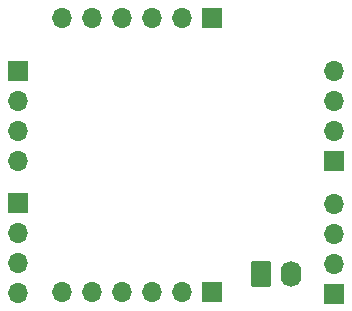
<source format=gbr>
%TF.GenerationSoftware,KiCad,Pcbnew,8.0.3-8.0.3-0~ubuntu22.04.1*%
%TF.CreationDate,2024-06-23T17:20:50+09:00*%
%TF.ProjectId,PCA9685_ver1,50434139-3638-4355-9f76-6572312e6b69,rev?*%
%TF.SameCoordinates,Original*%
%TF.FileFunction,Soldermask,Bot*%
%TF.FilePolarity,Negative*%
%FSLAX46Y46*%
G04 Gerber Fmt 4.6, Leading zero omitted, Abs format (unit mm)*
G04 Created by KiCad (PCBNEW 8.0.3-8.0.3-0~ubuntu22.04.1) date 2024-06-23 17:20:50*
%MOMM*%
%LPD*%
G01*
G04 APERTURE LIST*
G04 Aperture macros list*
%AMRoundRect*
0 Rectangle with rounded corners*
0 $1 Rounding radius*
0 $2 $3 $4 $5 $6 $7 $8 $9 X,Y pos of 4 corners*
0 Add a 4 corners polygon primitive as box body*
4,1,4,$2,$3,$4,$5,$6,$7,$8,$9,$2,$3,0*
0 Add four circle primitives for the rounded corners*
1,1,$1+$1,$2,$3*
1,1,$1+$1,$4,$5*
1,1,$1+$1,$6,$7*
1,1,$1+$1,$8,$9*
0 Add four rect primitives between the rounded corners*
20,1,$1+$1,$2,$3,$4,$5,0*
20,1,$1+$1,$4,$5,$6,$7,0*
20,1,$1+$1,$6,$7,$8,$9,0*
20,1,$1+$1,$8,$9,$2,$3,0*%
G04 Aperture macros list end*
%ADD10R,1.700000X1.700000*%
%ADD11O,1.700000X1.700000*%
%ADD12O,1.740000X2.190000*%
%ADD13RoundRect,0.250000X-0.620000X-0.845000X0.620000X-0.845000X0.620000X0.845000X-0.620000X0.845000X0*%
G04 APERTURE END LIST*
D10*
%TO.C,J8*%
X104775000Y-94257500D03*
D11*
X104775000Y-91717500D03*
X104775000Y-89177500D03*
X104775000Y-86637500D03*
%TD*%
%TO.C,J7*%
X104775000Y-97837500D03*
X104775000Y-100377500D03*
X104775000Y-102917500D03*
D10*
X104775000Y-105457500D03*
%TD*%
%TO.C,J6*%
X78050000Y-97797500D03*
D11*
X78050000Y-100337500D03*
X78050000Y-102877500D03*
X78050000Y-105417500D03*
%TD*%
D12*
%TO.C,J4*%
X101090000Y-103837500D03*
D13*
X98550000Y-103837500D03*
%TD*%
D10*
%TO.C,J3*%
X94400000Y-82087500D03*
D11*
X91860000Y-82087500D03*
X89320000Y-82087500D03*
X86780000Y-82087500D03*
X84240000Y-82087500D03*
X81700000Y-82087500D03*
%TD*%
D10*
%TO.C,J2*%
X94400000Y-105337500D03*
D11*
X91860000Y-105337500D03*
X89320000Y-105337500D03*
X86780000Y-105337500D03*
X84240000Y-105337500D03*
X81700000Y-105337500D03*
%TD*%
%TO.C,J1*%
X78050000Y-94217500D03*
X78050000Y-91677500D03*
X78050000Y-89137500D03*
D10*
X78050000Y-86597500D03*
%TD*%
M02*

</source>
